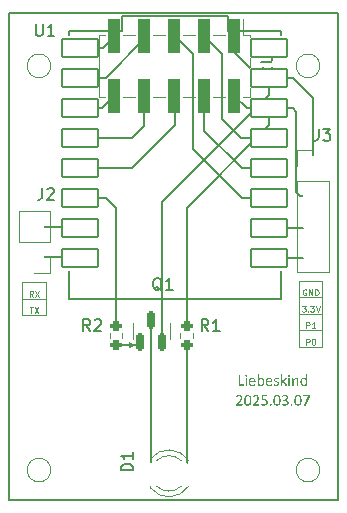
<source format=gbo>
%TF.GenerationSoftware,KiCad,Pcbnew,9.0.0*%
%TF.CreationDate,2025-03-07T16:35:28+08:00*%
%TF.ProjectId,Esp32InfraredController,45737033-3249-46e6-9672-61726564436f,rev?*%
%TF.SameCoordinates,Original*%
%TF.FileFunction,Legend,Bot*%
%TF.FilePolarity,Positive*%
%FSLAX46Y46*%
G04 Gerber Fmt 4.6, Leading zero omitted, Abs format (unit mm)*
G04 Created by KiCad (PCBNEW 9.0.0) date 2025-03-07 16:35:28*
%MOMM*%
%LPD*%
G01*
G04 APERTURE LIST*
G04 Aperture macros list*
%AMRoundRect*
0 Rectangle with rounded corners*
0 $1 Rounding radius*
0 $2 $3 $4 $5 $6 $7 $8 $9 X,Y pos of 4 corners*
0 Add a 4 corners polygon primitive as box body*
4,1,4,$2,$3,$4,$5,$6,$7,$8,$9,$2,$3,0*
0 Add four circle primitives for the rounded corners*
1,1,$1+$1,$2,$3*
1,1,$1+$1,$4,$5*
1,1,$1+$1,$6,$7*
1,1,$1+$1,$8,$9*
0 Add four rect primitives between the rounded corners*
20,1,$1+$1,$2,$3,$4,$5,0*
20,1,$1+$1,$4,$5,$6,$7,0*
20,1,$1+$1,$6,$7,$8,$9,0*
20,1,$1+$1,$8,$9,$2,$3,0*%
G04 Aperture macros list end*
%ADD10C,0.150000*%
%ADD11C,0.120000*%
%ADD12R,1.700000X1.700000*%
%ADD13O,1.700000X1.700000*%
%ADD14R,1.800000X1.800000*%
%ADD15C,1.800000*%
%ADD16R,1.000000X3.000000*%
%TA.AperFunction,ComponentPad*%
%ADD17R,1.700000X1.700000*%
%TD*%
%TA.AperFunction,ComponentPad*%
%ADD18O,1.700000X1.700000*%
%TD*%
%TA.AperFunction,ComponentPad*%
%ADD19R,1.800000X1.800000*%
%TD*%
%TA.AperFunction,ComponentPad*%
%ADD20C,1.800000*%
%TD*%
%TA.AperFunction,SMDPad,CuDef*%
%ADD21R,1.000000X3.000000*%
%TD*%
%TA.AperFunction,ViaPad*%
%ADD22C,0.600000*%
%TD*%
%TA.AperFunction,Conductor*%
%ADD23C,0.200000*%
%TD*%
%TA.AperFunction,SMDPad,CuDef*%
%ADD24RoundRect,0.200000X-0.275000X0.200000X-0.275000X-0.200000X0.275000X-0.200000X0.275000X0.200000X0*%
%TD*%
%TA.AperFunction,SMDPad,CuDef*%
%ADD25R,3.025000X1.524000*%
%TD*%
%TA.AperFunction,SMDPad,CuDef*%
%ADD26RoundRect,0.150000X0.150000X-0.587500X0.150000X0.587500X-0.150000X0.587500X-0.150000X-0.587500X0*%
%TD*%
%ADD27RoundRect,0.200000X-0.275000X0.200000X-0.275000X-0.200000X0.275000X-0.200000X0.275000X0.200000X0*%
%ADD28RoundRect,0.102000X-1.512500X-0.762000X1.512500X-0.762000X1.512500X0.762000X-1.512500X0.762000X0*%
%ADD29RoundRect,0.150000X0.150000X-0.587500X0.150000X0.587500X-0.150000X0.587500X-0.150000X-0.587500X0*%
%ADD30R,3.025000X1.524000*%
%ADD31C,0.062500*%
%ADD32C,0.050000*%
%ADD33C,0.127000*%
%TA.AperFunction,Profile*%
%ADD34C,0.050000*%
%TD*%
%TA.AperFunction,Profile*%
%ADD35C,0.200000*%
%TD*%
G04 APERTURE END LIST*
D10*
X124764819Y-49186666D02*
X125479104Y-49186666D01*
X125479104Y-49186666D02*
X125621961Y-49139047D01*
X125621961Y-49139047D02*
X125717200Y-49043809D01*
X125717200Y-49043809D02*
X125764819Y-48900952D01*
X125764819Y-48900952D02*
X125764819Y-48805714D01*
X125764819Y-50186666D02*
X125764819Y-49615238D01*
X125764819Y-49900952D02*
X124764819Y-49900952D01*
X124764819Y-49900952D02*
X124907676Y-49805714D01*
X124907676Y-49805714D02*
X125002914Y-49710476D01*
X125002914Y-49710476D02*
X125050533Y-49615238D01*
D11*
%TO.C,J1*%
X111050000Y-52120000D02*
X111050000Y-46920000D01*
X111620000Y-46920000D02*
X111050000Y-46920000D01*
X111620000Y-52120000D02*
X111050000Y-52120000D01*
X114160000Y-46920000D02*
X113140000Y-46920000D01*
X114160000Y-52120000D02*
X113140000Y-52120000D01*
X116700000Y-46920000D02*
X115680000Y-46920000D01*
X116700000Y-52120000D02*
X115680000Y-52120000D01*
X119240000Y-46920000D02*
X118220000Y-46920000D01*
X119240000Y-52120000D02*
X118220000Y-52120000D01*
X121780000Y-46920000D02*
X120760000Y-46920000D01*
X121780000Y-52120000D02*
X120760000Y-52120000D01*
X123300000Y-46920000D02*
X123300000Y-45560000D01*
X123870000Y-46920000D02*
X123300000Y-46920000D01*
X123870000Y-52120000D02*
X123300000Y-52120000D01*
X123870000Y-52120000D02*
X123870000Y-46920000D01*
%TD*%
%LPC*%
D12*
%TO.C,J3*%
X129200000Y-57980000D03*
D13*
X129200000Y-60520000D03*
X129200000Y-63060000D03*
X129200000Y-65600000D03*
%TD*%
D12*
%TO.C,J2*%
X105600000Y-65675000D03*
D13*
X105600000Y-63135000D03*
%TD*%
D14*
%TO.C,D1*%
X115730000Y-84000000D03*
D15*
X118270000Y-84000000D03*
%TD*%
D16*
%TO.C,J1*%
X122540000Y-47000000D03*
X122540000Y-52040000D03*
X120000000Y-47000000D03*
X120000000Y-52040000D03*
X117460000Y-47000000D03*
X117460000Y-52040000D03*
X114920000Y-47000000D03*
X114920000Y-52040000D03*
X112380000Y-47000000D03*
X112380000Y-52040000D03*
%TD*%
%LPD*%
D17*
%TO.P,J3,1,Pin_1*%
%TO.N,GNDREF*%
X129200000Y-57980000D03*
D18*
%TO.P,J3,2,Pin_2*%
%TO.N,/3.3V*%
X129200000Y-60520000D03*
%TO.P,J3,3,Pin_3*%
%TO.N,/GPIO1*%
X129200000Y-63060000D03*
%TO.P,J3,4,Pin_4*%
%TO.N,/GPIO0*%
X129200000Y-65600000D03*
%TD*%
D17*
%TO.P,J2,1,Pin_1*%
%TO.N,Net-(J2-Pin_1)*%
X105600000Y-65675000D03*
D18*
%TO.P,J2,2,Pin_2*%
%TO.N,Net-(J2-Pin_2)*%
X105600000Y-63135000D03*
%TD*%
D19*
%TO.P,D1,1,K*%
%TO.N,Net-(D1-K)*%
X115730000Y-84000000D03*
D20*
%TO.P,D1,2,A*%
%TO.N,Net-(D1-A)*%
X118270000Y-84000000D03*
%TD*%
D21*
%TO.P,J1,1,Pin_1*%
%TO.N,GNDREF*%
X122540000Y-47000000D03*
%TO.P,J1,2,Pin_2*%
%TO.N,/3.3V*%
X122540000Y-52040000D03*
%TO.P,J1,3,Pin_3*%
%TO.N,/GPIO4*%
X120000000Y-47000000D03*
%TO.P,J1,4,Pin_4*%
%TO.N,/GPIO3*%
X120000000Y-52040000D03*
%TO.P,J1,5,Pin_5*%
%TO.N,/GPIO2*%
X117460000Y-47000000D03*
%TO.P,J1,6,Pin_6*%
%TO.N,/GPIO9*%
X117460000Y-52040000D03*
%TO.P,J1,7,Pin_7*%
%TO.N,/GPIO6*%
X114920000Y-47000000D03*
%TO.P,J1,8,Pin_8*%
%TO.N,/GPIO8*%
X114920000Y-52040000D03*
%TO.P,J1,9,Pin_9*%
%TO.N,/GPIO5*%
X112380000Y-47000000D03*
%TO.P,J1,10,Pin_10*%
%TO.N,/GPIO7*%
X112380000Y-52040000D03*
%TD*%
D22*
%TO.N,/GPIO9*%
X117500000Y-52000000D03*
%TO.N,Net-(J2-Pin_2)*%
X109515000Y-63240000D03*
%TO.N,Net-(J2-Pin_1)*%
X109515000Y-65780000D03*
%TO.N,GNDREF*%
X125485000Y-50540000D03*
X116450000Y-72875000D03*
X122540000Y-47000000D03*
%TO.N,/3.3V*%
X118500000Y-71500000D03*
X125485000Y-53080000D03*
X122540000Y-52040000D03*
%TO.N,/GPIO3*%
X120000000Y-52000000D03*
%TO.N,/GPIO4*%
X120000000Y-47000000D03*
%TO.N,/GPIO2*%
X117500000Y-47000000D03*
%TO.N,/GPIO7*%
X112380000Y-52040000D03*
%TO.N,/GPIO8*%
X114920000Y-52040000D03*
%TO.N,/GPIO6*%
X114920000Y-47000000D03*
%TO.N,/GPIO5*%
X112380000Y-47000000D03*
%TO.N,/GPIO1*%
X125485000Y-63240000D03*
%TO.N,/GPIO0*%
X125485000Y-65780000D03*
%TD*%
D23*
%TO.N,Net-(J2-Pin_2)*%
X109410000Y-63135000D02*
X109515000Y-63240000D01*
X105600000Y-63135000D02*
X109410000Y-63135000D01*
%TO.N,Net-(J2-Pin_1)*%
X105000000Y-65535000D02*
X106000000Y-65535000D01*
X109410000Y-65675000D02*
X109515000Y-65780000D01*
X105600000Y-65675000D02*
X109410000Y-65675000D01*
%TO.N,GNDREF*%
X116500000Y-73000000D02*
X116450000Y-72950000D01*
X116450000Y-72950000D02*
X116450000Y-72875000D01*
X127540000Y-50540000D02*
X129200000Y-52200000D01*
X125485000Y-50540000D02*
X127540000Y-50540000D01*
X116450000Y-61050000D02*
X116450000Y-72875000D01*
X125500000Y-52000000D02*
X116450000Y-61050000D01*
X125500000Y-50555000D02*
X125500000Y-52000000D01*
X129200000Y-52200000D02*
X129200000Y-57980000D01*
X125485000Y-50540000D02*
X125500000Y-50555000D01*
%TO.N,/3.3V*%
X118500000Y-61500000D02*
X125485000Y-54515000D01*
X128120000Y-60520000D02*
X127800000Y-60200000D01*
X127480000Y-53080000D02*
X125485000Y-53080000D01*
X118500000Y-61500000D02*
X118500000Y-71500000D01*
X127800000Y-53400000D02*
X127480000Y-53080000D01*
X127800000Y-60200000D02*
X127800000Y-53400000D01*
X129200000Y-60520000D02*
X128120000Y-60520000D01*
X125485000Y-54515000D02*
X125485000Y-53080000D01*
%TO.N,/GPIO1*%
X129020000Y-63240000D02*
X129200000Y-63060000D01*
X125485000Y-63240000D02*
X129020000Y-63240000D01*
%TO.N,/GPIO0*%
X125485000Y-65780000D02*
X129020000Y-65780000D01*
X129020000Y-65780000D02*
X129200000Y-65600000D01*
%TD*%
D12*
%TO.C,J3*%
X129200000Y-57980000D03*
D13*
X129200000Y-60520000D03*
X129200000Y-63060000D03*
X129200000Y-65600000D03*
%TD*%
D12*
%TO.C,J2*%
X105600000Y-65675000D03*
D13*
X105600000Y-63135000D03*
%TD*%
D14*
%TO.C,D1*%
X115730000Y-84000000D03*
D15*
X118270000Y-84000000D03*
%TD*%
D16*
%TO.C,J1*%
X122540000Y-47000000D03*
X122540000Y-52040000D03*
X120000000Y-47000000D03*
X120000000Y-52040000D03*
X117460000Y-47000000D03*
X117460000Y-52040000D03*
X114920000Y-47000000D03*
X114920000Y-52040000D03*
X112380000Y-47000000D03*
X112380000Y-52040000D03*
%TD*%
%TO.C,J1*%
X122540000Y-47000000D03*
X122540000Y-52040000D03*
X120000000Y-47000000D03*
X120000000Y-52040000D03*
X117460000Y-47000000D03*
X117460000Y-52040000D03*
X114920000Y-47000000D03*
X114920000Y-52040000D03*
X112380000Y-47000000D03*
X112380000Y-52040000D03*
%TD*%
D17*
%TO.P,J3,1,Pin_1*%
%TO.N,GNDREF*%
X129200000Y-57980000D03*
D18*
%TO.P,J3,2,Pin_2*%
%TO.N,/3.3V*%
X129200000Y-60520000D03*
%TO.P,J3,3,Pin_3*%
%TO.N,/GPIO1*%
X129200000Y-63060000D03*
%TO.P,J3,4,Pin_4*%
%TO.N,/GPIO0*%
X129200000Y-65600000D03*
%TD*%
D17*
%TO.P,J2,1,Pin_1*%
%TO.N,Net-(J2-Pin_1)*%
X105600000Y-65675000D03*
D18*
%TO.P,J2,2,Pin_2*%
%TO.N,Net-(J2-Pin_2)*%
X105600000Y-63135000D03*
%TD*%
D24*
%TO.P,R1,1*%
%TO.N,/3.3V*%
X118500000Y-71500000D03*
%TO.P,R1,2*%
%TO.N,Net-(D1-A)*%
X118500000Y-73150000D03*
%TD*%
D19*
%TO.P,D1,1,K*%
%TO.N,Net-(D1-K)*%
X115730000Y-84000000D03*
D20*
%TO.P,D1,2,A*%
%TO.N,Net-(D1-A)*%
X118270000Y-84000000D03*
%TD*%
D24*
%TO.P,R2,1*%
%TO.N,/GPIO10*%
X112500000Y-71500000D03*
%TO.P,R2,2*%
%TO.N,Net-(Q1-B)*%
X112500000Y-73150000D03*
%TD*%
D25*
%TO.P,U1,0,GPIO0*%
%TO.N,/GPIO0*%
X125485000Y-65780000D03*
%TO.P,U1,1,GPIO1*%
%TO.N,/GPIO1*%
X125485000Y-63240000D03*
%TO.P,U1,2,GPIO2*%
%TO.N,/GPIO2*%
X125485000Y-60700000D03*
%TO.P,U1,3,GPIO3*%
%TO.N,/GPIO3*%
X125485000Y-58160000D03*
%TO.P,U1,3.3,3V3*%
%TO.N,/3.3V*%
X125485000Y-53080000D03*
%TO.P,U1,4,GPIO4*%
%TO.N,/GPIO4*%
X125485000Y-55620000D03*
%TO.P,U1,5,GPIO5*%
%TO.N,/GPIO5*%
X109515000Y-48000000D03*
%TO.P,U1,5V,5V*%
%TO.N,unconnected-(U1-Pad5V)*%
X125485000Y-48000000D03*
%TO.P,U1,6,GPIO6*%
%TO.N,/GPIO6*%
X109515000Y-50540000D03*
%TO.P,U1,7,GPIO7*%
%TO.N,/GPIO7*%
X109515000Y-53080000D03*
%TO.P,U1,8,GPIO8*%
%TO.N,/GPIO8*%
X109515000Y-55620000D03*
%TO.P,U1,9,GPIO9*%
%TO.N,/GPIO9*%
X109515000Y-58160000D03*
%TO.P,U1,10,GPIO10*%
%TO.N,/GPIO10*%
X109515000Y-60700000D03*
%TO.P,U1,20,GPIO20*%
%TO.N,Net-(J2-Pin_2)*%
X109515000Y-63240000D03*
%TO.P,U1,21,GPIO21*%
%TO.N,Net-(J2-Pin_1)*%
X109515000Y-65780000D03*
%TO.P,U1,G,GND*%
%TO.N,GNDREF*%
X125485000Y-50540000D03*
%TD*%
D26*
%TO.P,Q1,1,B*%
%TO.N,Net-(Q1-B)*%
X114550000Y-72875000D03*
%TO.P,Q1,2,E*%
%TO.N,GNDREF*%
X116450000Y-72875000D03*
%TO.P,Q1,3,C*%
%TO.N,Net-(D1-K)*%
X115500000Y-71000000D03*
%TD*%
D22*
%TO.N,/GPIO9*%
X117500000Y-52000000D03*
%TO.N,Net-(J2-Pin_2)*%
X109515000Y-63240000D03*
%TO.N,Net-(J2-Pin_1)*%
X109515000Y-65780000D03*
%TO.N,GNDREF*%
X125485000Y-50540000D03*
X116450000Y-72875000D03*
X122540000Y-47000000D03*
%TO.N,/3.3V*%
X118500000Y-71500000D03*
X125485000Y-53080000D03*
X122540000Y-52040000D03*
%TO.N,/GPIO3*%
X120000000Y-52000000D03*
%TO.N,/GPIO4*%
X120000000Y-47000000D03*
%TO.N,/GPIO2*%
X117500000Y-47000000D03*
%TO.N,/GPIO7*%
X112380000Y-52040000D03*
%TO.N,/GPIO8*%
X114920000Y-52040000D03*
%TO.N,/GPIO6*%
X114920000Y-47000000D03*
%TO.N,/GPIO5*%
X112380000Y-47000000D03*
%TO.N,/GPIO1*%
X125485000Y-63240000D03*
%TO.N,/GPIO0*%
X125485000Y-65780000D03*
%TD*%
D23*
%TO.N,Net-(D1-A)*%
X118500000Y-73150000D02*
X118500000Y-83770000D01*
X118500000Y-83770000D02*
X118270000Y-84000000D01*
%TO.N,/GPIO9*%
X117500000Y-54500000D02*
X117500000Y-52000000D01*
X109515000Y-58160000D02*
X113840000Y-58160000D01*
X113840000Y-58160000D02*
X117500000Y-54500000D01*
%TO.N,Net-(J2-Pin_2)*%
X109515000Y-63240000D02*
X109337500Y-63062500D01*
X109275000Y-63000000D02*
X109337500Y-63062500D01*
%TO.N,Net-(Q1-B)*%
X114275000Y-73150000D02*
X114550000Y-72875000D01*
X112500000Y-73150000D02*
X114275000Y-73150000D01*
%TO.N,Net-(J2-Pin_1)*%
X109515000Y-65780000D02*
X109580000Y-65780000D01*
X109580000Y-65780000D02*
X109600000Y-65800000D01*
%TO.N,GNDREF*%
X122540000Y-48345500D02*
X122540000Y-47000000D01*
X124734500Y-50540000D02*
X122540000Y-48345500D01*
X125485000Y-50540000D02*
X124734500Y-50540000D01*
%TO.N,Net-(D1-K)*%
X115500000Y-83770000D02*
X115730000Y-84000000D01*
X115500000Y-71000000D02*
X115500000Y-83770000D01*
%TO.N,/GPIO10*%
X111700000Y-60700000D02*
X109515000Y-60700000D01*
X112500000Y-71500000D02*
X112500000Y-61500000D01*
X112500000Y-61500000D02*
X111700000Y-60700000D01*
%TO.N,/3.3V*%
X125485000Y-53080000D02*
X123580000Y-53080000D01*
X123580000Y-53080000D02*
X122540000Y-52040000D01*
%TO.N,/GPIO3*%
X120000000Y-55000000D02*
X120000000Y-52000000D01*
X123160000Y-58160000D02*
X120000000Y-55000000D01*
X125485000Y-58160000D02*
X123160000Y-58160000D01*
%TO.N,/GPIO4*%
X121500000Y-48500000D02*
X120000000Y-47000000D01*
X121500000Y-54000000D02*
X121500000Y-48500000D01*
X123120000Y-55620000D02*
X121500000Y-54000000D01*
X125485000Y-55620000D02*
X123120000Y-55620000D01*
%TO.N,/GPIO2*%
X119000000Y-48500000D02*
X117500000Y-47000000D01*
X119000000Y-56500000D02*
X119000000Y-48500000D01*
X123200000Y-60700000D02*
X119000000Y-56500000D01*
X125485000Y-60700000D02*
X123200000Y-60700000D01*
%TO.N,/GPIO7*%
X109515000Y-53080000D02*
X111340000Y-53080000D01*
X111340000Y-53080000D02*
X112380000Y-52040000D01*
%TO.N,/GPIO8*%
X113880000Y-55620000D02*
X114920000Y-54580000D01*
X109515000Y-55620000D02*
X113880000Y-55620000D01*
X114920000Y-54580000D02*
X114920000Y-52040000D01*
%TO.N,/GPIO6*%
X109515000Y-50515000D02*
X109500000Y-50500000D01*
X111655833Y-50500000D02*
X114920000Y-47235833D01*
X114920000Y-47235833D02*
X114920000Y-47000000D01*
X109500000Y-50500000D02*
X111655833Y-50500000D01*
X109515000Y-50540000D02*
X109515000Y-50515000D01*
%TO.N,/GPIO5*%
X109515000Y-48000000D02*
X111380000Y-48000000D01*
X111380000Y-48000000D02*
X112380000Y-47000000D01*
%TO.N,/GPIO1*%
X125725000Y-63000000D02*
X125485000Y-63240000D01*
%TD*%
D12*
%TO.C,J3*%
X129200000Y-57980000D03*
D13*
X129200000Y-60520000D03*
X129200000Y-63060000D03*
X129200000Y-65600000D03*
%TD*%
D12*
%TO.C,J2*%
X105600000Y-65675000D03*
D13*
X105600000Y-63135000D03*
%TD*%
D27*
%TO.C,R1*%
X118500000Y-71500000D03*
X118500000Y-73150000D03*
%TD*%
D14*
%TO.C,D1*%
X115730000Y-84000000D03*
D15*
X118270000Y-84000000D03*
%TD*%
D27*
%TO.C,R2*%
X112500000Y-71500000D03*
X112500000Y-73150000D03*
%TD*%
D28*
%TO.C,U1*%
X125485000Y-65780000D03*
X125485000Y-63240000D03*
X125485000Y-60700000D03*
X125485000Y-58160000D03*
X125485000Y-53080000D03*
X125485000Y-55620000D03*
X109515000Y-48000000D03*
X125485000Y-48000000D03*
X109515000Y-50540000D03*
X109515000Y-53080000D03*
X109515000Y-55620000D03*
X109515000Y-58160000D03*
X109515000Y-60700000D03*
X109515000Y-63240000D03*
X109515000Y-65780000D03*
X125485000Y-50540000D03*
%TD*%
D29*
%TO.C,Q1*%
X114550000Y-72875000D03*
X116450000Y-72875000D03*
X115500000Y-71000000D03*
%TD*%
D27*
%TO.C,R1*%
X118500000Y-71500000D03*
X118500000Y-73150000D03*
%TD*%
%TO.C,R2*%
X112500000Y-71500000D03*
X112500000Y-73150000D03*
%TD*%
D30*
%TO.C,U1*%
X125485000Y-65780000D03*
X125485000Y-63240000D03*
X125485000Y-60700000D03*
X125485000Y-58160000D03*
X125485000Y-53080000D03*
X125485000Y-55620000D03*
X109515000Y-48000000D03*
X125485000Y-48000000D03*
X109515000Y-50540000D03*
X109515000Y-53080000D03*
X109515000Y-55620000D03*
X109515000Y-58160000D03*
X109515000Y-60700000D03*
X109515000Y-63240000D03*
X109515000Y-65780000D03*
X125485000Y-50540000D03*
%TD*%
D29*
%TO.C,Q1*%
X114550000Y-72875000D03*
X116450000Y-72875000D03*
X115500000Y-71000000D03*
%TD*%
D10*
G36*
X123371188Y-76523831D02*
G01*
X123369784Y-76546728D01*
X123365387Y-76562360D01*
X123357877Y-76571946D01*
X123347313Y-76575000D01*
X122956525Y-76575000D01*
X122941457Y-76572434D01*
X122926788Y-76564436D01*
X122916711Y-76550904D01*
X122912805Y-76527250D01*
X122912805Y-75709769D01*
X122915553Y-75700183D01*
X122925140Y-75693710D01*
X122943580Y-75689619D01*
X122971546Y-75687909D01*
X122999878Y-75689619D01*
X123018013Y-75693710D01*
X123027599Y-75700183D01*
X123030347Y-75709769D01*
X123030347Y-76473394D01*
X123347313Y-76473394D01*
X123357877Y-76476509D01*
X123365387Y-76485362D01*
X123369784Y-76500689D01*
X123371188Y-76523831D01*
G37*
G36*
X123600715Y-76557780D02*
G01*
X123597968Y-76567001D01*
X123589053Y-76573473D01*
X123572017Y-76577503D01*
X123543990Y-76578907D01*
X123516696Y-76577503D01*
X123499232Y-76573473D01*
X123490379Y-76567001D01*
X123487997Y-76557780D01*
X123487997Y-75943510D01*
X123490379Y-75934656D01*
X123499232Y-75927878D01*
X123516696Y-75923787D01*
X123543990Y-75922383D01*
X123572017Y-75923787D01*
X123589053Y-75927878D01*
X123597968Y-75934656D01*
X123600715Y-75943510D01*
X123600715Y-76557780D01*
G37*
G36*
X123613660Y-75737063D02*
G01*
X123609217Y-75772577D01*
X123598639Y-75790858D01*
X123579739Y-75800901D01*
X123543318Y-75805146D01*
X123507498Y-75801004D01*
X123488974Y-75791224D01*
X123478661Y-75773319D01*
X123474320Y-75738407D01*
X123478763Y-75702893D01*
X123489341Y-75684612D01*
X123508241Y-75674569D01*
X123544662Y-75670324D01*
X123580464Y-75674485D01*
X123598945Y-75684307D01*
X123609300Y-75702168D01*
X123613660Y-75737063D01*
G37*
G36*
X124131589Y-75916835D02*
G01*
X124185799Y-75933801D01*
X124232654Y-75961304D01*
X124269513Y-75996144D01*
X124297736Y-76038276D01*
X124317690Y-76088040D01*
X124329148Y-76141998D01*
X124333077Y-76200758D01*
X124333077Y-76221153D01*
X124329345Y-76244941D01*
X124319705Y-76258949D01*
X124305420Y-76267391D01*
X124289358Y-76270184D01*
X123886296Y-76270184D01*
X123888990Y-76320296D01*
X123896554Y-76362936D01*
X123910452Y-76401722D01*
X123930687Y-76433705D01*
X123957873Y-76459588D01*
X123992847Y-76479073D01*
X124033643Y-76490632D01*
X124086453Y-76494888D01*
X124128930Y-76492978D01*
X124164306Y-76487683D01*
X124223412Y-76471441D01*
X124264384Y-76455259D01*
X124288686Y-76447993D01*
X124297174Y-76450436D01*
X124302975Y-76457641D01*
X124306089Y-76470952D01*
X124307127Y-76491835D01*
X124306394Y-76507283D01*
X124304684Y-76518946D01*
X124301265Y-76528227D01*
X124295098Y-76536104D01*
X124272933Y-76548438D01*
X124225122Y-76565352D01*
X124157162Y-76580129D01*
X124074852Y-76586723D01*
X124001852Y-76581124D01*
X123941984Y-76565535D01*
X123889095Y-76538971D01*
X123845996Y-76502643D01*
X123812347Y-76456579D01*
X123787195Y-76398046D01*
X123772662Y-76332242D01*
X123767411Y-76251744D01*
X123771918Y-76187142D01*
X123886296Y-76187142D01*
X124219688Y-76187142D01*
X124215719Y-76129685D01*
X124202234Y-76084457D01*
X124180365Y-76048778D01*
X124149528Y-76021612D01*
X124109613Y-76004698D01*
X124057755Y-75998586D01*
X124017882Y-76002663D01*
X123984665Y-76014218D01*
X123955621Y-76032465D01*
X123932031Y-76055556D01*
X123913435Y-76083144D01*
X123899241Y-76115579D01*
X123890229Y-76150461D01*
X123886296Y-76187142D01*
X123771918Y-76187142D01*
X123772771Y-76174918D01*
X123787927Y-76109289D01*
X123813426Y-76049985D01*
X123847034Y-76001945D01*
X123889555Y-75963004D01*
X123940274Y-75934228D01*
X123997199Y-75916738D01*
X124062517Y-75910659D01*
X124131589Y-75916835D01*
G37*
G36*
X124589044Y-75622880D02*
G01*
X124606080Y-75626971D01*
X124614995Y-75633810D01*
X124617743Y-75643335D01*
X124617743Y-76011837D01*
X124670621Y-75964698D01*
X124720874Y-75933557D01*
X124770028Y-75916154D01*
X124821991Y-75910659D01*
X124885533Y-75917683D01*
X124936357Y-75937342D01*
X124979466Y-75968571D01*
X125013538Y-76008784D01*
X125038888Y-76056492D01*
X125056952Y-76113686D01*
X125067141Y-76174898D01*
X125070630Y-76240814D01*
X125066051Y-76318520D01*
X125053166Y-76384734D01*
X125031141Y-76445058D01*
X125001937Y-76493789D01*
X124964163Y-76533690D01*
X124918955Y-76562787D01*
X124867255Y-76580513D01*
X124806237Y-76586723D01*
X124751954Y-76580922D01*
X124703105Y-76562116D01*
X124655295Y-76529326D01*
X124604737Y-76481454D01*
X124604737Y-76557475D01*
X124601989Y-76567184D01*
X124593135Y-76573717D01*
X124577748Y-76577503D01*
X124554178Y-76578907D01*
X124530914Y-76577503D01*
X124515222Y-76573778D01*
X124507039Y-76567306D01*
X124505024Y-76557719D01*
X124505024Y-76128035D01*
X124617743Y-76128035D01*
X124617743Y-76373438D01*
X124665187Y-76425571D01*
X124706525Y-76460205D01*
X124750431Y-76482785D01*
X124794635Y-76490003D01*
X124834623Y-76484675D01*
X124867053Y-76469487D01*
X124894100Y-76445789D01*
X124915902Y-76415020D01*
X124931958Y-76379561D01*
X124943196Y-76339061D01*
X124949606Y-76296699D01*
X124951745Y-76253820D01*
X124944539Y-76162107D01*
X124934493Y-76119401D01*
X124919627Y-76083400D01*
X124898808Y-76052259D01*
X124872549Y-76028262D01*
X124840487Y-76012859D01*
X124799459Y-76007379D01*
X124756411Y-76013546D01*
X124713364Y-76034124D01*
X124667934Y-76071188D01*
X124617743Y-76128035D01*
X124505024Y-76128035D01*
X124505024Y-75643396D01*
X124507406Y-75633810D01*
X124516260Y-75626971D01*
X124533723Y-75622880D01*
X124561017Y-75621475D01*
X124589044Y-75622880D01*
G37*
G36*
X125562852Y-75916835D02*
G01*
X125617062Y-75933801D01*
X125663917Y-75961304D01*
X125700776Y-75996144D01*
X125728999Y-76038276D01*
X125748953Y-76088040D01*
X125760411Y-76141998D01*
X125764341Y-76200758D01*
X125764341Y-76221153D01*
X125760608Y-76244941D01*
X125750968Y-76258949D01*
X125736683Y-76267391D01*
X125720621Y-76270184D01*
X125317559Y-76270184D01*
X125320253Y-76320296D01*
X125327818Y-76362936D01*
X125341715Y-76401722D01*
X125361950Y-76433705D01*
X125389136Y-76459588D01*
X125424110Y-76479073D01*
X125464906Y-76490632D01*
X125517716Y-76494888D01*
X125560193Y-76492978D01*
X125595569Y-76487683D01*
X125654676Y-76471441D01*
X125695647Y-76455259D01*
X125719949Y-76447993D01*
X125728437Y-76450436D01*
X125734238Y-76457641D01*
X125737352Y-76470952D01*
X125738390Y-76491835D01*
X125737657Y-76507283D01*
X125735947Y-76518946D01*
X125732528Y-76528227D01*
X125726361Y-76536104D01*
X125704196Y-76548438D01*
X125656385Y-76565352D01*
X125588425Y-76580129D01*
X125506115Y-76586723D01*
X125433115Y-76581124D01*
X125373247Y-76565535D01*
X125320358Y-76538971D01*
X125277259Y-76502643D01*
X125243610Y-76456579D01*
X125218458Y-76398046D01*
X125203925Y-76332242D01*
X125198674Y-76251744D01*
X125203181Y-76187142D01*
X125317559Y-76187142D01*
X125650951Y-76187142D01*
X125646982Y-76129685D01*
X125633497Y-76084457D01*
X125611628Y-76048778D01*
X125580791Y-76021612D01*
X125540876Y-76004698D01*
X125489018Y-75998586D01*
X125449145Y-76002663D01*
X125415928Y-76014218D01*
X125386884Y-76032465D01*
X125363294Y-76055556D01*
X125344698Y-76083144D01*
X125330504Y-76115579D01*
X125321492Y-76150461D01*
X125317559Y-76187142D01*
X125203181Y-76187142D01*
X125204034Y-76174918D01*
X125219191Y-76109289D01*
X125244689Y-76049985D01*
X125278297Y-76001945D01*
X125320818Y-75963004D01*
X125371537Y-75934228D01*
X125428462Y-75916738D01*
X125493781Y-75910659D01*
X125562852Y-75916835D01*
G37*
G36*
X126322252Y-76389131D02*
G01*
X126317729Y-76434519D01*
X126304789Y-76473272D01*
X126283717Y-76507256D01*
X126255269Y-76535493D01*
X126220666Y-76557411D01*
X126178760Y-76573778D01*
X126133008Y-76583371D01*
X126081062Y-76586723D01*
X126018536Y-76581594D01*
X125965291Y-76568649D01*
X125925297Y-76552285D01*
X125901422Y-76536898D01*
X125890492Y-76517847D01*
X125887073Y-76484508D01*
X125888416Y-76462709D01*
X125891835Y-76448421D01*
X125897636Y-76440605D01*
X125906185Y-76438224D01*
X125928411Y-76447444D01*
X125964620Y-76467533D01*
X126015483Y-76487683D01*
X126046179Y-76494424D01*
X126083139Y-76496842D01*
X126135040Y-76490675D01*
X126157105Y-76482880D01*
X126175340Y-76472479D01*
X126190486Y-76458811D01*
X126201657Y-76441948D01*
X126208451Y-76422292D01*
X126210878Y-76398046D01*
X126207417Y-76373709D01*
X126197566Y-76354326D01*
X126182437Y-76337836D01*
X126162395Y-76322880D01*
X126113180Y-76298639D01*
X126056821Y-76276413D01*
X126000157Y-76250095D01*
X125973861Y-76233700D01*
X125950637Y-76214192D01*
X125931024Y-76191137D01*
X125915405Y-76163633D01*
X125905627Y-76132374D01*
X125902094Y-76093169D01*
X125905595Y-76057697D01*
X125916076Y-76023804D01*
X125933500Y-75992849D01*
X125958086Y-75965736D01*
X125988853Y-75943684D01*
X126028123Y-75925741D01*
X126072216Y-75914653D01*
X126126186Y-75910659D01*
X126175340Y-75914933D01*
X126219731Y-75925680D01*
X126253559Y-75939602D01*
X126274747Y-75952852D01*
X126284334Y-75962622D01*
X126287692Y-75971842D01*
X126289768Y-75984542D01*
X126290806Y-76002983D01*
X126289768Y-76023133D01*
X126286349Y-76037177D01*
X126280548Y-76045054D01*
X126273037Y-76047435D01*
X126255269Y-76039680D01*
X126225227Y-76023011D01*
X126181813Y-76006402D01*
X126155853Y-76000645D01*
X126124782Y-75998586D01*
X126097096Y-76000301D01*
X126074285Y-76005059D01*
X126053895Y-76013140D01*
X126038381Y-76023438D01*
X126026061Y-76036456D01*
X126017193Y-76051648D01*
X126010049Y-76087002D01*
X126013595Y-76112010D01*
X126023665Y-76131821D01*
X126039106Y-76148542D01*
X126059203Y-76163572D01*
X126109089Y-76188180D01*
X126166120Y-76210772D01*
X126223517Y-76236723D01*
X126250406Y-76252736D01*
X126273709Y-76271589D01*
X126293317Y-76293990D01*
X126308880Y-76320804D01*
X126318716Y-76351264D01*
X126322252Y-76389131D01*
G37*
G36*
X126988180Y-76557048D02*
G01*
X126985433Y-76566634D01*
X126976212Y-76573473D01*
X126958139Y-76577503D01*
X126928768Y-76578907D01*
X126898360Y-76577869D01*
X126878210Y-76574450D01*
X126864899Y-76567672D01*
X126855679Y-76557048D01*
X126596110Y-76217184D01*
X126596110Y-76557780D01*
X126593362Y-76567001D01*
X126584447Y-76573473D01*
X126567411Y-76577503D01*
X126539384Y-76578907D01*
X126512090Y-76577503D01*
X126494627Y-76573473D01*
X126485773Y-76566939D01*
X126483391Y-76557719D01*
X126483391Y-75643396D01*
X126485773Y-75633810D01*
X126494627Y-75626971D01*
X126512090Y-75622880D01*
X126539384Y-75621475D01*
X126567411Y-75622880D01*
X126584447Y-75626971D01*
X126593362Y-75633810D01*
X126596110Y-75643396D01*
X126596110Y-76201491D01*
X126828323Y-75946257D01*
X126839925Y-75935022D01*
X126854641Y-75927512D01*
X126874791Y-75923421D01*
X126902818Y-75922383D01*
X126931516Y-75923421D01*
X126950262Y-75926840D01*
X126960520Y-75933007D01*
X126963634Y-75942838D01*
X126959177Y-75959263D01*
X126944461Y-75978314D01*
X126721773Y-76200819D01*
X126971816Y-76524991D01*
X126984395Y-76543797D01*
X126988180Y-76557048D01*
G37*
G36*
X127232118Y-76557780D02*
G01*
X127229370Y-76567001D01*
X127220455Y-76573473D01*
X127203419Y-76577503D01*
X127175393Y-76578907D01*
X127148098Y-76577503D01*
X127130635Y-76573473D01*
X127121781Y-76567001D01*
X127119400Y-76557780D01*
X127119400Y-75943510D01*
X127121781Y-75934656D01*
X127130635Y-75927878D01*
X127148098Y-75923787D01*
X127175393Y-75922383D01*
X127203419Y-75923787D01*
X127220455Y-75927878D01*
X127229370Y-75934656D01*
X127232118Y-75943510D01*
X127232118Y-76557780D01*
G37*
G36*
X127245063Y-75737063D02*
G01*
X127240620Y-75772577D01*
X127230042Y-75790858D01*
X127211142Y-75800901D01*
X127174721Y-75805146D01*
X127138901Y-75801004D01*
X127120377Y-75791224D01*
X127110064Y-75773319D01*
X127105722Y-75738407D01*
X127110166Y-75702893D01*
X127120743Y-75684612D01*
X127139643Y-75674569D01*
X127176064Y-75670324D01*
X127211867Y-75674485D01*
X127230347Y-75684307D01*
X127240703Y-75702168D01*
X127245063Y-75737063D01*
G37*
G36*
X127969243Y-76557658D02*
G01*
X127966495Y-76566939D01*
X127957641Y-76573412D01*
X127940544Y-76577503D01*
X127913250Y-76578907D01*
X127885223Y-76577503D01*
X127868126Y-76573412D01*
X127859273Y-76566939D01*
X127856525Y-76557658D01*
X127856525Y-76196728D01*
X127854223Y-76146551D01*
X127848343Y-76111793D01*
X127838016Y-76081263D01*
X127824407Y-76056350D01*
X127806371Y-76035752D01*
X127783740Y-76020690D01*
X127757453Y-76011568D01*
X127726038Y-76008356D01*
X127684821Y-76015506D01*
X127641347Y-76038520D01*
X127600076Y-76073571D01*
X127552565Y-76126875D01*
X127552565Y-76557658D01*
X127549817Y-76566939D01*
X127540902Y-76573412D01*
X127523866Y-76577503D01*
X127495839Y-76578907D01*
X127468545Y-76577503D01*
X127451082Y-76573473D01*
X127442228Y-76567001D01*
X127439846Y-76557780D01*
X127439846Y-75943510D01*
X127441861Y-75934351D01*
X127450044Y-75927512D01*
X127465736Y-75923421D01*
X127491076Y-75922383D01*
X127515989Y-75923421D01*
X127531315Y-75927512D01*
X127539192Y-75934351D01*
X127541635Y-75943571D01*
X127541635Y-76024781D01*
X127595455Y-75971864D01*
X127645072Y-75938136D01*
X127697603Y-75917351D01*
X127749302Y-75910659D01*
X127807711Y-75916248D01*
X127852800Y-75931542D01*
X127891109Y-75956194D01*
X127920761Y-75987351D01*
X127942797Y-76024754D01*
X127957947Y-76069173D01*
X127966183Y-76118473D01*
X127969243Y-76181769D01*
X127969243Y-76557658D01*
G37*
G36*
X128671807Y-75627093D02*
G01*
X128688904Y-75631184D01*
X128698125Y-75638023D01*
X128701178Y-75647243D01*
X128701178Y-76557719D01*
X128698796Y-76567306D01*
X128690614Y-76573778D01*
X128675227Y-76577503D01*
X128652024Y-76578907D01*
X128628088Y-76577503D01*
X128612395Y-76573778D01*
X128603480Y-76567184D01*
X128600794Y-76557475D01*
X128600794Y-76475287D01*
X128550191Y-76523036D01*
X128499983Y-76557353D01*
X128445548Y-76579314D01*
X128385616Y-76586723D01*
X128321355Y-76579781D01*
X128270150Y-76560406D01*
X128226784Y-76529411D01*
X128192603Y-76489331D01*
X128167311Y-76441534D01*
X128149250Y-76384063D01*
X128139056Y-76322531D01*
X128135572Y-76256568D01*
X128136303Y-76243928D01*
X128252381Y-76243928D01*
X128259525Y-76334848D01*
X128269600Y-76377500D01*
X128284499Y-76413799D01*
X128305383Y-76445146D01*
X128331638Y-76469181D01*
X128363782Y-76484516D01*
X128405400Y-76490003D01*
X128448753Y-76483897D01*
X128491495Y-76463442D01*
X128537230Y-76426256D01*
X128587788Y-76370019D01*
X128587788Y-76123944D01*
X128540829Y-76071892D01*
X128499311Y-76037238D01*
X128455043Y-76014631D01*
X128410162Y-76007379D01*
X128369634Y-76012725D01*
X128337073Y-76027896D01*
X128310004Y-76051482D01*
X128288224Y-76081934D01*
X128272230Y-76117064D01*
X128260930Y-76157772D01*
X128254525Y-76200434D01*
X128252381Y-76243928D01*
X128136303Y-76243928D01*
X128140032Y-76179445D01*
X128152608Y-76113381D01*
X128174316Y-76053037D01*
X128203166Y-76004326D01*
X128240787Y-75964341D01*
X128286209Y-75934961D01*
X128338415Y-75916984D01*
X128400637Y-75910659D01*
X128452691Y-75916662D01*
X128499311Y-75934289D01*
X128542534Y-75962421D01*
X128587788Y-76003654D01*
X128587788Y-75647182D01*
X128590169Y-75638023D01*
X128599389Y-75631184D01*
X128616792Y-75627093D01*
X128643842Y-75625383D01*
X128671807Y-75627093D01*
G37*
G36*
X123241373Y-78204502D02*
G01*
X123239663Y-78226362D01*
X123234901Y-78242360D01*
X123226719Y-78251946D01*
X123215422Y-78255000D01*
X122726998Y-78255000D01*
X122710267Y-78252618D01*
X122697994Y-78244802D01*
X122690422Y-78229049D01*
X122688041Y-78203770D01*
X122689079Y-78179895D01*
X122693536Y-78161821D01*
X122702085Y-78146067D01*
X122715396Y-78129337D01*
X122886855Y-77946460D01*
X122942464Y-77884338D01*
X122982109Y-77833681D01*
X123015006Y-77784195D01*
X123037491Y-77742761D01*
X123054110Y-77702204D01*
X123063076Y-77668267D01*
X123069243Y-77605375D01*
X123066817Y-77576432D01*
X123059656Y-77549382D01*
X123047907Y-77524456D01*
X123031996Y-77503037D01*
X123011878Y-77485339D01*
X122986567Y-77471407D01*
X122957920Y-77462794D01*
X122923735Y-77459745D01*
X122883406Y-77462724D01*
X122848936Y-77471163D01*
X122790867Y-77495893D01*
X122749224Y-77520683D01*
X122724250Y-77532041D01*
X122715701Y-77529354D01*
X122709595Y-77520561D01*
X122705810Y-77504319D01*
X122704466Y-77479956D01*
X122705138Y-77462370D01*
X122707519Y-77449548D01*
X122711977Y-77439412D01*
X122722907Y-77427566D01*
X122751239Y-77408271D01*
X122801797Y-77384274D01*
X122868720Y-77364307D01*
X122905884Y-77358252D01*
X122945595Y-77356186D01*
X123007393Y-77360981D01*
X123057947Y-77374321D01*
X123102712Y-77396232D01*
X123137875Y-77423963D01*
X123165668Y-77458051D01*
X123185380Y-77497236D01*
X123197094Y-77540012D01*
X123201073Y-77586202D01*
X123193563Y-77670710D01*
X123182374Y-77712989D01*
X123161811Y-77761629D01*
X123133665Y-77810971D01*
X123091774Y-77870439D01*
X123041333Y-77931608D01*
X122970202Y-78008253D01*
X122830129Y-78155348D01*
X123214751Y-78155348D01*
X123225314Y-78158463D01*
X123234168Y-78167683D01*
X123239663Y-78183009D01*
X123241373Y-78204502D01*
G37*
G36*
X123738304Y-77359814D02*
G01*
X123784836Y-77369981D01*
X123823953Y-77385922D01*
X123859336Y-77408728D01*
X123889820Y-77437688D01*
X123915789Y-77473422D01*
X123944838Y-77535684D01*
X123965309Y-77615633D01*
X123976104Y-77703136D01*
X123980025Y-77809378D01*
X123975825Y-77908941D01*
X123963966Y-77995369D01*
X123942028Y-78075250D01*
X123910721Y-78139961D01*
X123883110Y-78177497D01*
X123850774Y-78208517D01*
X123813329Y-78233567D01*
X123772006Y-78251392D01*
X123723113Y-78262701D01*
X123665134Y-78266723D01*
X123610193Y-78263105D01*
X123563868Y-78252947D01*
X123524756Y-78236987D01*
X123489369Y-78214183D01*
X123458865Y-78185223D01*
X123432859Y-78149487D01*
X123403840Y-78087239D01*
X123383339Y-78007337D01*
X123372589Y-77919782D01*
X123368685Y-77813531D01*
X123369040Y-77805287D01*
X123488913Y-77805287D01*
X123491696Y-77900662D01*
X123499110Y-77973693D01*
X123513117Y-78039254D01*
X123531534Y-78086716D01*
X123557578Y-78125254D01*
X123588259Y-78150219D01*
X123625311Y-78164787D01*
X123671973Y-78170003D01*
X123708711Y-78166783D01*
X123739201Y-78157730D01*
X123766270Y-78142724D01*
X123789088Y-78122559D01*
X123807905Y-78097766D01*
X123823587Y-78067604D01*
X123845447Y-77996591D01*
X123856743Y-77912205D01*
X123859796Y-77817622D01*
X123855033Y-77698797D01*
X123841050Y-77605863D01*
X123830079Y-77567301D01*
X123817115Y-77536559D01*
X123800651Y-77509655D01*
X123781944Y-77488810D01*
X123759960Y-77472558D01*
X123735110Y-77461454D01*
X123707859Y-77455137D01*
X123676064Y-77452906D01*
X123638223Y-77456232D01*
X123607251Y-77465532D01*
X123581787Y-77480261D01*
X123549923Y-77512031D01*
X123524756Y-77555366D01*
X123507655Y-77605727D01*
X123496424Y-77667351D01*
X123490857Y-77732721D01*
X123488913Y-77805287D01*
X123369040Y-77805287D01*
X123372949Y-77714587D01*
X123385049Y-77627906D01*
X123407247Y-77547678D01*
X123438355Y-77483009D01*
X123465749Y-77445444D01*
X123497941Y-77414405D01*
X123535319Y-77389342D01*
X123576675Y-77371495D01*
X123625382Y-77360197D01*
X123682903Y-77356186D01*
X123738304Y-77359814D01*
G37*
G36*
X124659936Y-78204502D02*
G01*
X124658226Y-78226362D01*
X124653463Y-78242360D01*
X124645281Y-78251946D01*
X124633985Y-78255000D01*
X124145560Y-78255000D01*
X124128829Y-78252618D01*
X124116556Y-78244802D01*
X124108985Y-78229049D01*
X124106603Y-78203770D01*
X124107641Y-78179895D01*
X124112099Y-78161821D01*
X124120647Y-78146067D01*
X124133959Y-78129337D01*
X124305417Y-77946460D01*
X124361026Y-77884338D01*
X124400672Y-77833681D01*
X124433569Y-77784195D01*
X124456054Y-77742761D01*
X124472672Y-77702204D01*
X124481638Y-77668267D01*
X124487805Y-77605375D01*
X124485380Y-77576432D01*
X124478219Y-77549382D01*
X124466469Y-77524456D01*
X124450558Y-77503037D01*
X124430440Y-77485339D01*
X124405129Y-77471407D01*
X124376483Y-77462794D01*
X124342298Y-77459745D01*
X124301969Y-77462724D01*
X124267498Y-77471163D01*
X124209430Y-77495893D01*
X124167786Y-77520683D01*
X124142812Y-77532041D01*
X124134264Y-77529354D01*
X124128158Y-77520561D01*
X124124372Y-77504319D01*
X124123029Y-77479956D01*
X124123700Y-77462370D01*
X124126082Y-77449548D01*
X124130539Y-77439412D01*
X124141469Y-77427566D01*
X124169801Y-77408271D01*
X124220359Y-77384274D01*
X124287282Y-77364307D01*
X124324447Y-77358252D01*
X124364157Y-77356186D01*
X124425955Y-77360981D01*
X124476509Y-77374321D01*
X124521275Y-77396232D01*
X124556438Y-77423963D01*
X124584230Y-77458051D01*
X124603943Y-77497236D01*
X124615656Y-77540012D01*
X124619635Y-77586202D01*
X124612125Y-77670710D01*
X124600936Y-77712989D01*
X124580373Y-77761629D01*
X124552228Y-77810971D01*
X124510337Y-77870439D01*
X124459895Y-77931608D01*
X124388765Y-78008253D01*
X124248692Y-78155348D01*
X124633313Y-78155348D01*
X124643877Y-78158463D01*
X124652730Y-78167683D01*
X124658226Y-78183009D01*
X124659936Y-78204502D01*
G37*
G36*
X125365126Y-77969724D02*
G01*
X125358894Y-78038105D01*
X125341190Y-78096058D01*
X125312191Y-78147207D01*
X125273596Y-78189237D01*
X125226302Y-78222253D01*
X125169426Y-78246939D01*
X125106888Y-78261593D01*
X125035215Y-78266723D01*
X124957301Y-78260861D01*
X124891722Y-78246512D01*
X124844583Y-78229659D01*
X124821014Y-78216653D01*
X124813809Y-78207739D01*
X124810084Y-78197725D01*
X124807702Y-78182948D01*
X124807031Y-78161699D01*
X124808069Y-78140755D01*
X124811794Y-78125673D01*
X124818266Y-78117063D01*
X124826814Y-78114316D01*
X124848003Y-78123047D01*
X124886593Y-78141854D01*
X124946677Y-78160966D01*
X124984313Y-78167571D01*
X125031795Y-78170003D01*
X125076387Y-78167174D01*
X125115754Y-78159073D01*
X125151778Y-78144869D01*
X125181699Y-78124940D01*
X125206196Y-78098976D01*
X125225052Y-78066566D01*
X125236589Y-78029048D01*
X125240806Y-77980898D01*
X125237317Y-77940117D01*
X125227495Y-77906099D01*
X125210595Y-77876406D01*
X125186523Y-77852182D01*
X125156161Y-77833872D01*
X125116486Y-77820125D01*
X125071992Y-77812369D01*
X125015370Y-77809501D01*
X124943624Y-77813592D01*
X124887631Y-77817683D01*
X124870405Y-77815188D01*
X124860276Y-77808829D01*
X124854569Y-77797547D01*
X124852094Y-77774757D01*
X124852094Y-77416086D01*
X124855018Y-77395652D01*
X124862657Y-77382747D01*
X124875061Y-77374743D01*
X124893126Y-77371817D01*
X125284526Y-77371817D01*
X125295089Y-77374931D01*
X125303638Y-77384152D01*
X125308767Y-77399844D01*
X125310476Y-77422437D01*
X125308544Y-77445509D01*
X125303638Y-77460722D01*
X125295144Y-77471188D01*
X125284526Y-77474399D01*
X124954553Y-77474399D01*
X124954553Y-77720535D01*
X125003402Y-77716444D01*
X125061165Y-77715711D01*
X125134285Y-77720534D01*
X125193667Y-77733846D01*
X125246672Y-77756217D01*
X125288250Y-77785015D01*
X125321512Y-77821556D01*
X125345647Y-77865249D01*
X125360112Y-77914140D01*
X125365126Y-77969724D01*
G37*
G36*
X125697357Y-78181666D02*
G01*
X125692467Y-78225629D01*
X125681298Y-78246695D01*
X125661078Y-78258077D01*
X125622863Y-78262815D01*
X125585904Y-78258184D01*
X125566138Y-78247001D01*
X125555216Y-78226446D01*
X125550445Y-78183742D01*
X125555337Y-78139788D01*
X125566504Y-78118773D01*
X125586731Y-78107346D01*
X125624939Y-78102592D01*
X125661888Y-78107226D01*
X125681603Y-78118407D01*
X125692569Y-78138968D01*
X125697357Y-78181666D01*
G37*
G36*
X126218834Y-77359814D02*
G01*
X126265367Y-77369981D01*
X126304484Y-77385922D01*
X126339866Y-77408728D01*
X126370350Y-77437688D01*
X126396319Y-77473422D01*
X126425368Y-77535684D01*
X126445839Y-77615633D01*
X126456634Y-77703136D01*
X126460555Y-77809378D01*
X126456356Y-77908941D01*
X126444496Y-77995369D01*
X126422558Y-78075250D01*
X126391251Y-78139961D01*
X126363640Y-78177497D01*
X126331304Y-78208517D01*
X126293859Y-78233567D01*
X126252536Y-78251392D01*
X126203644Y-78262701D01*
X126145665Y-78266723D01*
X126090724Y-78263105D01*
X126044398Y-78252947D01*
X126005286Y-78236987D01*
X125969900Y-78214183D01*
X125939395Y-78185223D01*
X125913390Y-78149487D01*
X125884371Y-78087239D01*
X125863870Y-78007337D01*
X125853119Y-77919782D01*
X125849215Y-77813531D01*
X125849570Y-77805287D01*
X125969444Y-77805287D01*
X125972226Y-77900662D01*
X125979641Y-77973693D01*
X125993647Y-78039254D01*
X126012064Y-78086716D01*
X126038108Y-78125254D01*
X126068789Y-78150219D01*
X126105841Y-78164787D01*
X126152504Y-78170003D01*
X126189241Y-78166783D01*
X126219731Y-78157730D01*
X126246801Y-78142724D01*
X126269618Y-78122559D01*
X126288436Y-78097766D01*
X126304117Y-78067604D01*
X126325977Y-77996591D01*
X126337273Y-77912205D01*
X126340326Y-77817622D01*
X126335564Y-77698797D01*
X126321581Y-77605863D01*
X126310609Y-77567301D01*
X126297645Y-77536559D01*
X126281181Y-77509655D01*
X126262474Y-77488810D01*
X126240491Y-77472558D01*
X126215640Y-77461454D01*
X126188390Y-77455137D01*
X126156595Y-77452906D01*
X126118754Y-77456232D01*
X126087782Y-77465532D01*
X126062317Y-77480261D01*
X126030453Y-77512031D01*
X126005286Y-77555366D01*
X125988185Y-77605727D01*
X125976954Y-77667351D01*
X125971387Y-77732721D01*
X125969444Y-77805287D01*
X125849570Y-77805287D01*
X125853480Y-77714587D01*
X125865579Y-77627906D01*
X125887778Y-77547678D01*
X125918885Y-77483009D01*
X125946280Y-77445444D01*
X125978471Y-77414405D01*
X126015850Y-77389342D01*
X126057206Y-77371495D01*
X126105913Y-77360197D01*
X126163433Y-77356186D01*
X126218834Y-77359814D01*
G37*
G36*
X127133627Y-78001720D02*
G01*
X127128156Y-78060269D01*
X127112439Y-78111079D01*
X127086658Y-78156349D01*
X127051684Y-78194549D01*
X127008338Y-78224757D01*
X126953986Y-78247978D01*
X126893658Y-78261820D01*
X126822828Y-78266723D01*
X126779236Y-78264896D01*
X126739847Y-78259640D01*
X126671153Y-78242787D01*
X126621267Y-78222515D01*
X126596354Y-78207311D01*
X126588538Y-78197847D01*
X126583714Y-78186367D01*
X126580661Y-78169820D01*
X126579623Y-78145823D01*
X126584386Y-78112056D01*
X126590392Y-78104839D01*
X126598064Y-78102592D01*
X126622305Y-78113278D01*
X126668772Y-78136297D01*
X126735023Y-78159317D01*
X126774198Y-78167219D01*
X126819409Y-78170003D01*
X126862927Y-78166949D01*
X126898665Y-78158463D01*
X126930558Y-78144197D01*
X126956001Y-78125734D01*
X126976367Y-78102629D01*
X126990867Y-78075664D01*
X126999506Y-78045788D01*
X127002469Y-78012711D01*
X126998682Y-77976624D01*
X126987753Y-77945300D01*
X126969860Y-77917583D01*
X126944766Y-77893520D01*
X126913981Y-77874670D01*
X126875096Y-77860181D01*
X126832170Y-77851633D01*
X126781185Y-77848579D01*
X126697165Y-77848579D01*
X126686541Y-77846198D01*
X126677626Y-77838382D01*
X126671520Y-77824033D01*
X126669138Y-77800830D01*
X126671153Y-77779337D01*
X126676954Y-77765659D01*
X126685503Y-77758148D01*
X126696432Y-77755767D01*
X126773674Y-77755767D01*
X126817344Y-77752718D01*
X126854580Y-77744105D01*
X126888212Y-77729535D01*
X126915396Y-77710338D01*
X126937402Y-77686167D01*
X126953620Y-77657704D01*
X126963546Y-77625774D01*
X126966992Y-77589193D01*
X126964746Y-77562159D01*
X126958078Y-77536559D01*
X126946935Y-77512952D01*
X126931455Y-77492840D01*
X126911610Y-77476472D01*
X126886026Y-77463592D01*
X126857034Y-77455714D01*
X126822156Y-77452906D01*
X126783622Y-77455985D01*
X126749372Y-77464874D01*
X126690326Y-77490519D01*
X126647279Y-77516165D01*
X126623343Y-77528133D01*
X126614794Y-77526423D01*
X126608688Y-77519645D01*
X126605269Y-77505296D01*
X126604231Y-77481055D01*
X126604902Y-77462981D01*
X126607650Y-77449303D01*
X126612413Y-77438740D01*
X126621633Y-77427505D01*
X126647950Y-77408759D01*
X126696799Y-77384518D01*
X126763721Y-77364368D01*
X126802478Y-77358293D01*
X126845359Y-77356186D01*
X126904649Y-77360371D01*
X126953315Y-77372001D01*
X126996639Y-77391427D01*
X127030862Y-77416575D01*
X127057963Y-77448174D01*
X127077268Y-77485573D01*
X127088688Y-77527153D01*
X127092655Y-77574417D01*
X127089852Y-77615297D01*
X127081725Y-77652269D01*
X127068088Y-77686534D01*
X127049608Y-77716139D01*
X127026205Y-77741736D01*
X126997706Y-77763461D01*
X126965116Y-77779809D01*
X126926692Y-77790572D01*
X126926692Y-77791915D01*
X126970935Y-77800132D01*
X127010346Y-77814752D01*
X127045949Y-77835353D01*
X127075558Y-77860059D01*
X127099844Y-77889504D01*
X127118240Y-77923745D01*
X127129735Y-77961237D01*
X127133627Y-78001720D01*
G37*
G36*
X127468606Y-78181666D02*
G01*
X127463716Y-78225629D01*
X127452547Y-78246695D01*
X127432327Y-78258077D01*
X127394112Y-78262815D01*
X127357153Y-78258184D01*
X127337387Y-78247001D01*
X127326465Y-78226446D01*
X127321694Y-78183742D01*
X127326587Y-78139788D01*
X127337753Y-78118773D01*
X127357980Y-78107346D01*
X127396188Y-78102592D01*
X127433138Y-78107226D01*
X127452852Y-78118407D01*
X127463819Y-78138968D01*
X127468606Y-78181666D01*
G37*
G36*
X127990083Y-77359814D02*
G01*
X128036616Y-77369981D01*
X128075733Y-77385922D01*
X128111115Y-77408728D01*
X128141599Y-77437688D01*
X128167568Y-77473422D01*
X128196617Y-77535684D01*
X128217088Y-77615633D01*
X128227883Y-77703136D01*
X128231804Y-77809378D01*
X128227605Y-77908941D01*
X128215745Y-77995369D01*
X128193808Y-78075250D01*
X128162500Y-78139961D01*
X128134890Y-78177497D01*
X128102553Y-78208517D01*
X128065108Y-78233567D01*
X128023785Y-78251392D01*
X127974893Y-78262701D01*
X127916914Y-78266723D01*
X127861973Y-78263105D01*
X127815647Y-78252947D01*
X127776535Y-78236987D01*
X127741149Y-78214183D01*
X127710644Y-78185223D01*
X127684639Y-78149487D01*
X127655620Y-78087239D01*
X127635119Y-78007337D01*
X127624368Y-77919782D01*
X127620464Y-77813531D01*
X127620819Y-77805287D01*
X127740693Y-77805287D01*
X127743475Y-77900662D01*
X127750890Y-77973693D01*
X127764897Y-78039254D01*
X127783313Y-78086716D01*
X127809357Y-78125254D01*
X127840038Y-78150219D01*
X127877090Y-78164787D01*
X127923753Y-78170003D01*
X127960491Y-78166783D01*
X127990981Y-78157730D01*
X128018050Y-78142724D01*
X128040867Y-78122559D01*
X128059685Y-78097766D01*
X128075366Y-78067604D01*
X128097226Y-77996591D01*
X128108522Y-77912205D01*
X128111575Y-77817622D01*
X128106813Y-77698797D01*
X128092830Y-77605863D01*
X128081858Y-77567301D01*
X128068894Y-77536559D01*
X128052430Y-77509655D01*
X128033723Y-77488810D01*
X128011740Y-77472558D01*
X127986889Y-77461454D01*
X127959639Y-77455137D01*
X127927844Y-77452906D01*
X127890003Y-77456232D01*
X127859031Y-77465532D01*
X127833566Y-77480261D01*
X127801702Y-77512031D01*
X127776535Y-77555366D01*
X127759434Y-77605727D01*
X127748203Y-77667351D01*
X127742636Y-77732721D01*
X127740693Y-77805287D01*
X127620819Y-77805287D01*
X127624729Y-77714587D01*
X127636828Y-77627906D01*
X127659027Y-77547678D01*
X127690134Y-77483009D01*
X127717529Y-77445444D01*
X127749720Y-77414405D01*
X127787099Y-77389342D01*
X127828455Y-77371495D01*
X127877162Y-77360197D01*
X127934683Y-77356186D01*
X127990083Y-77359814D01*
G37*
G36*
X128924721Y-77422498D02*
G01*
X128923683Y-77444785D01*
X128920935Y-77463958D01*
X128916172Y-77481788D01*
X128909028Y-77499923D01*
X128590658Y-78232285D01*
X128582109Y-78245596D01*
X128569103Y-78253778D01*
X128548953Y-78257869D01*
X128518911Y-78258907D01*
X128482702Y-78256831D01*
X128463957Y-78250420D01*
X128458828Y-78239490D01*
X128463590Y-78224103D01*
X128798325Y-77475376D01*
X128374137Y-77475376D01*
X128362973Y-77472101D01*
X128354658Y-77461699D01*
X128350020Y-77446446D01*
X128348186Y-77423230D01*
X128349895Y-77400638D01*
X128354963Y-77384518D01*
X128363146Y-77374931D01*
X128374137Y-77371817D01*
X128889184Y-77371817D01*
X128905914Y-77373893D01*
X128916844Y-77382076D01*
X128922645Y-77397829D01*
X128924721Y-77422498D01*
G37*
D31*
X128619047Y-68441869D02*
X128571428Y-68418059D01*
X128571428Y-68418059D02*
X128499999Y-68418059D01*
X128499999Y-68418059D02*
X128428571Y-68441869D01*
X128428571Y-68441869D02*
X128380952Y-68489488D01*
X128380952Y-68489488D02*
X128357142Y-68537107D01*
X128357142Y-68537107D02*
X128333333Y-68632345D01*
X128333333Y-68632345D02*
X128333333Y-68703773D01*
X128333333Y-68703773D02*
X128357142Y-68799011D01*
X128357142Y-68799011D02*
X128380952Y-68846630D01*
X128380952Y-68846630D02*
X128428571Y-68894250D01*
X128428571Y-68894250D02*
X128499999Y-68918059D01*
X128499999Y-68918059D02*
X128547618Y-68918059D01*
X128547618Y-68918059D02*
X128619047Y-68894250D01*
X128619047Y-68894250D02*
X128642856Y-68870440D01*
X128642856Y-68870440D02*
X128642856Y-68703773D01*
X128642856Y-68703773D02*
X128547618Y-68703773D01*
X128857142Y-68918059D02*
X128857142Y-68418059D01*
X128857142Y-68418059D02*
X129142856Y-68918059D01*
X129142856Y-68918059D02*
X129142856Y-68418059D01*
X129380952Y-68918059D02*
X129380952Y-68418059D01*
X129380952Y-68418059D02*
X129500000Y-68418059D01*
X129500000Y-68418059D02*
X129571428Y-68441869D01*
X129571428Y-68441869D02*
X129619047Y-68489488D01*
X129619047Y-68489488D02*
X129642857Y-68537107D01*
X129642857Y-68537107D02*
X129666666Y-68632345D01*
X129666666Y-68632345D02*
X129666666Y-68703773D01*
X129666666Y-68703773D02*
X129642857Y-68799011D01*
X129642857Y-68799011D02*
X129619047Y-68846630D01*
X129619047Y-68846630D02*
X129571428Y-68894250D01*
X129571428Y-68894250D02*
X129500000Y-68918059D01*
X129500000Y-68918059D02*
X129380952Y-68918059D01*
X128261905Y-69818059D02*
X128571429Y-69818059D01*
X128571429Y-69818059D02*
X128404762Y-70008535D01*
X128404762Y-70008535D02*
X128476191Y-70008535D01*
X128476191Y-70008535D02*
X128523810Y-70032345D01*
X128523810Y-70032345D02*
X128547619Y-70056154D01*
X128547619Y-70056154D02*
X128571429Y-70103773D01*
X128571429Y-70103773D02*
X128571429Y-70222821D01*
X128571429Y-70222821D02*
X128547619Y-70270440D01*
X128547619Y-70270440D02*
X128523810Y-70294250D01*
X128523810Y-70294250D02*
X128476191Y-70318059D01*
X128476191Y-70318059D02*
X128333334Y-70318059D01*
X128333334Y-70318059D02*
X128285715Y-70294250D01*
X128285715Y-70294250D02*
X128261905Y-70270440D01*
X128785714Y-70270440D02*
X128809524Y-70294250D01*
X128809524Y-70294250D02*
X128785714Y-70318059D01*
X128785714Y-70318059D02*
X128761905Y-70294250D01*
X128761905Y-70294250D02*
X128785714Y-70270440D01*
X128785714Y-70270440D02*
X128785714Y-70318059D01*
X128976190Y-69818059D02*
X129285714Y-69818059D01*
X129285714Y-69818059D02*
X129119047Y-70008535D01*
X129119047Y-70008535D02*
X129190476Y-70008535D01*
X129190476Y-70008535D02*
X129238095Y-70032345D01*
X129238095Y-70032345D02*
X129261904Y-70056154D01*
X129261904Y-70056154D02*
X129285714Y-70103773D01*
X129285714Y-70103773D02*
X129285714Y-70222821D01*
X129285714Y-70222821D02*
X129261904Y-70270440D01*
X129261904Y-70270440D02*
X129238095Y-70294250D01*
X129238095Y-70294250D02*
X129190476Y-70318059D01*
X129190476Y-70318059D02*
X129047619Y-70318059D01*
X129047619Y-70318059D02*
X129000000Y-70294250D01*
X129000000Y-70294250D02*
X128976190Y-70270440D01*
X129428571Y-69818059D02*
X129595237Y-70318059D01*
X129595237Y-70318059D02*
X129761904Y-69818059D01*
X128630952Y-71718059D02*
X128630952Y-71218059D01*
X128630952Y-71218059D02*
X128821428Y-71218059D01*
X128821428Y-71218059D02*
X128869047Y-71241869D01*
X128869047Y-71241869D02*
X128892857Y-71265678D01*
X128892857Y-71265678D02*
X128916666Y-71313297D01*
X128916666Y-71313297D02*
X128916666Y-71384726D01*
X128916666Y-71384726D02*
X128892857Y-71432345D01*
X128892857Y-71432345D02*
X128869047Y-71456154D01*
X128869047Y-71456154D02*
X128821428Y-71479964D01*
X128821428Y-71479964D02*
X128630952Y-71479964D01*
X129392857Y-71718059D02*
X129107143Y-71718059D01*
X129250000Y-71718059D02*
X129250000Y-71218059D01*
X129250000Y-71218059D02*
X129202381Y-71289488D01*
X129202381Y-71289488D02*
X129154762Y-71337107D01*
X129154762Y-71337107D02*
X129107143Y-71360916D01*
X128630952Y-73118059D02*
X128630952Y-72618059D01*
X128630952Y-72618059D02*
X128821428Y-72618059D01*
X128821428Y-72618059D02*
X128869047Y-72641869D01*
X128869047Y-72641869D02*
X128892857Y-72665678D01*
X128892857Y-72665678D02*
X128916666Y-72713297D01*
X128916666Y-72713297D02*
X128916666Y-72784726D01*
X128916666Y-72784726D02*
X128892857Y-72832345D01*
X128892857Y-72832345D02*
X128869047Y-72856154D01*
X128869047Y-72856154D02*
X128821428Y-72879964D01*
X128821428Y-72879964D02*
X128630952Y-72879964D01*
X129226190Y-72618059D02*
X129273809Y-72618059D01*
X129273809Y-72618059D02*
X129321428Y-72641869D01*
X129321428Y-72641869D02*
X129345238Y-72665678D01*
X129345238Y-72665678D02*
X129369047Y-72713297D01*
X129369047Y-72713297D02*
X129392857Y-72808535D01*
X129392857Y-72808535D02*
X129392857Y-72927583D01*
X129392857Y-72927583D02*
X129369047Y-73022821D01*
X129369047Y-73022821D02*
X129345238Y-73070440D01*
X129345238Y-73070440D02*
X129321428Y-73094250D01*
X129321428Y-73094250D02*
X129273809Y-73118059D01*
X129273809Y-73118059D02*
X129226190Y-73118059D01*
X129226190Y-73118059D02*
X129178571Y-73094250D01*
X129178571Y-73094250D02*
X129154762Y-73070440D01*
X129154762Y-73070440D02*
X129130952Y-73022821D01*
X129130952Y-73022821D02*
X129107143Y-72927583D01*
X129107143Y-72927583D02*
X129107143Y-72808535D01*
X129107143Y-72808535D02*
X129130952Y-72713297D01*
X129130952Y-72713297D02*
X129154762Y-72665678D01*
X129154762Y-72665678D02*
X129178571Y-72641869D01*
X129178571Y-72641869D02*
X129226190Y-72618059D01*
D32*
X128000000Y-69087500D02*
X130000000Y-69087500D01*
X128000000Y-70487500D02*
X130000000Y-70487500D01*
X128000000Y-71887500D02*
X130000000Y-71887500D01*
X128000000Y-69087500D02*
X130000000Y-69087500D01*
X128000000Y-67687500D02*
X130000000Y-67687500D01*
X130000000Y-67687500D02*
X130000000Y-73287500D01*
X130000000Y-73287500D02*
X128000000Y-73287500D01*
X128000000Y-73287500D02*
X128000000Y-67687500D01*
D31*
X105516666Y-69030559D02*
X105350000Y-68792464D01*
X105230952Y-69030559D02*
X105230952Y-68530559D01*
X105230952Y-68530559D02*
X105421428Y-68530559D01*
X105421428Y-68530559D02*
X105469047Y-68554369D01*
X105469047Y-68554369D02*
X105492857Y-68578178D01*
X105492857Y-68578178D02*
X105516666Y-68625797D01*
X105516666Y-68625797D02*
X105516666Y-68697226D01*
X105516666Y-68697226D02*
X105492857Y-68744845D01*
X105492857Y-68744845D02*
X105469047Y-68768654D01*
X105469047Y-68768654D02*
X105421428Y-68792464D01*
X105421428Y-68792464D02*
X105230952Y-68792464D01*
X105683333Y-68530559D02*
X106016666Y-69030559D01*
X106016666Y-68530559D02*
X105683333Y-69030559D01*
X105219048Y-69930559D02*
X105504762Y-69930559D01*
X105361905Y-70430559D02*
X105361905Y-69930559D01*
X105623809Y-69930559D02*
X105957142Y-70430559D01*
X105957142Y-69930559D02*
X105623809Y-70430559D01*
D32*
X104600000Y-69200000D02*
X106600000Y-69200000D01*
X104600000Y-69200000D02*
X106600000Y-69200000D01*
X104600000Y-67800000D02*
X106600000Y-67800000D01*
X106600000Y-67800000D02*
X106600000Y-70600000D01*
X106600000Y-70600000D02*
X104600000Y-70600000D01*
X104600000Y-70600000D02*
X104600000Y-67800000D01*
D10*
X129666666Y-54834819D02*
X129666666Y-55549104D01*
X129666666Y-55549104D02*
X129619047Y-55691961D01*
X129619047Y-55691961D02*
X129523809Y-55787200D01*
X129523809Y-55787200D02*
X129380952Y-55834819D01*
X129380952Y-55834819D02*
X129285714Y-55834819D01*
X130047619Y-54834819D02*
X130666666Y-54834819D01*
X130666666Y-54834819D02*
X130333333Y-55215771D01*
X130333333Y-55215771D02*
X130476190Y-55215771D01*
X130476190Y-55215771D02*
X130571428Y-55263390D01*
X130571428Y-55263390D02*
X130619047Y-55311009D01*
X130619047Y-55311009D02*
X130666666Y-55406247D01*
X130666666Y-55406247D02*
X130666666Y-55644342D01*
X130666666Y-55644342D02*
X130619047Y-55739580D01*
X130619047Y-55739580D02*
X130571428Y-55787200D01*
X130571428Y-55787200D02*
X130476190Y-55834819D01*
X130476190Y-55834819D02*
X130190476Y-55834819D01*
X130190476Y-55834819D02*
X130095238Y-55787200D01*
X130095238Y-55787200D02*
X130047619Y-55739580D01*
X106266666Y-59854819D02*
X106266666Y-60569104D01*
X106266666Y-60569104D02*
X106219047Y-60711961D01*
X106219047Y-60711961D02*
X106123809Y-60807200D01*
X106123809Y-60807200D02*
X105980952Y-60854819D01*
X105980952Y-60854819D02*
X105885714Y-60854819D01*
X106695238Y-59950057D02*
X106742857Y-59902438D01*
X106742857Y-59902438D02*
X106838095Y-59854819D01*
X106838095Y-59854819D02*
X107076190Y-59854819D01*
X107076190Y-59854819D02*
X107171428Y-59902438D01*
X107171428Y-59902438D02*
X107219047Y-59950057D01*
X107219047Y-59950057D02*
X107266666Y-60045295D01*
X107266666Y-60045295D02*
X107266666Y-60140533D01*
X107266666Y-60140533D02*
X107219047Y-60283390D01*
X107219047Y-60283390D02*
X106647619Y-60854819D01*
X106647619Y-60854819D02*
X107266666Y-60854819D01*
X120333333Y-71954819D02*
X120000000Y-71478628D01*
X119761905Y-71954819D02*
X119761905Y-70954819D01*
X119761905Y-70954819D02*
X120142857Y-70954819D01*
X120142857Y-70954819D02*
X120238095Y-71002438D01*
X120238095Y-71002438D02*
X120285714Y-71050057D01*
X120285714Y-71050057D02*
X120333333Y-71145295D01*
X120333333Y-71145295D02*
X120333333Y-71288152D01*
X120333333Y-71288152D02*
X120285714Y-71383390D01*
X120285714Y-71383390D02*
X120238095Y-71431009D01*
X120238095Y-71431009D02*
X120142857Y-71478628D01*
X120142857Y-71478628D02*
X119761905Y-71478628D01*
X121285714Y-71954819D02*
X120714286Y-71954819D01*
X121000000Y-71954819D02*
X121000000Y-70954819D01*
X121000000Y-70954819D02*
X120904762Y-71097676D01*
X120904762Y-71097676D02*
X120809524Y-71192914D01*
X120809524Y-71192914D02*
X120714286Y-71240533D01*
X113954819Y-83738094D02*
X112954819Y-83738094D01*
X112954819Y-83738094D02*
X112954819Y-83499999D01*
X112954819Y-83499999D02*
X113002438Y-83357142D01*
X113002438Y-83357142D02*
X113097676Y-83261904D01*
X113097676Y-83261904D02*
X113192914Y-83214285D01*
X113192914Y-83214285D02*
X113383390Y-83166666D01*
X113383390Y-83166666D02*
X113526247Y-83166666D01*
X113526247Y-83166666D02*
X113716723Y-83214285D01*
X113716723Y-83214285D02*
X113811961Y-83261904D01*
X113811961Y-83261904D02*
X113907200Y-83357142D01*
X113907200Y-83357142D02*
X113954819Y-83499999D01*
X113954819Y-83499999D02*
X113954819Y-83738094D01*
X113954819Y-82214285D02*
X113954819Y-82785713D01*
X113954819Y-82499999D02*
X112954819Y-82499999D01*
X112954819Y-82499999D02*
X113097676Y-82595237D01*
X113097676Y-82595237D02*
X113192914Y-82690475D01*
X113192914Y-82690475D02*
X113240533Y-82785713D01*
X110333333Y-71954819D02*
X110000000Y-71478628D01*
X109761905Y-71954819D02*
X109761905Y-70954819D01*
X109761905Y-70954819D02*
X110142857Y-70954819D01*
X110142857Y-70954819D02*
X110238095Y-71002438D01*
X110238095Y-71002438D02*
X110285714Y-71050057D01*
X110285714Y-71050057D02*
X110333333Y-71145295D01*
X110333333Y-71145295D02*
X110333333Y-71288152D01*
X110333333Y-71288152D02*
X110285714Y-71383390D01*
X110285714Y-71383390D02*
X110238095Y-71431009D01*
X110238095Y-71431009D02*
X110142857Y-71478628D01*
X110142857Y-71478628D02*
X109761905Y-71478628D01*
X110714286Y-71050057D02*
X110761905Y-71002438D01*
X110761905Y-71002438D02*
X110857143Y-70954819D01*
X110857143Y-70954819D02*
X111095238Y-70954819D01*
X111095238Y-70954819D02*
X111190476Y-71002438D01*
X111190476Y-71002438D02*
X111238095Y-71050057D01*
X111238095Y-71050057D02*
X111285714Y-71145295D01*
X111285714Y-71145295D02*
X111285714Y-71240533D01*
X111285714Y-71240533D02*
X111238095Y-71383390D01*
X111238095Y-71383390D02*
X110666667Y-71954819D01*
X110666667Y-71954819D02*
X111285714Y-71954819D01*
X105738095Y-45954819D02*
X105738095Y-46764342D01*
X105738095Y-46764342D02*
X105785714Y-46859580D01*
X105785714Y-46859580D02*
X105833333Y-46907200D01*
X105833333Y-46907200D02*
X105928571Y-46954819D01*
X105928571Y-46954819D02*
X106119047Y-46954819D01*
X106119047Y-46954819D02*
X106214285Y-46907200D01*
X106214285Y-46907200D02*
X106261904Y-46859580D01*
X106261904Y-46859580D02*
X106309523Y-46764342D01*
X106309523Y-46764342D02*
X106309523Y-45954819D01*
X107309523Y-46954819D02*
X106738095Y-46954819D01*
X107023809Y-46954819D02*
X107023809Y-45954819D01*
X107023809Y-45954819D02*
X106928571Y-46097676D01*
X106928571Y-46097676D02*
X106833333Y-46192914D01*
X106833333Y-46192914D02*
X106738095Y-46240533D01*
X116404761Y-68550057D02*
X116309523Y-68502438D01*
X116309523Y-68502438D02*
X116214285Y-68407200D01*
X116214285Y-68407200D02*
X116071428Y-68264342D01*
X116071428Y-68264342D02*
X115976190Y-68216723D01*
X115976190Y-68216723D02*
X115880952Y-68216723D01*
X115928571Y-68454819D02*
X115833333Y-68407200D01*
X115833333Y-68407200D02*
X115738095Y-68311961D01*
X115738095Y-68311961D02*
X115690476Y-68121485D01*
X115690476Y-68121485D02*
X115690476Y-67788152D01*
X115690476Y-67788152D02*
X115738095Y-67597676D01*
X115738095Y-67597676D02*
X115833333Y-67502438D01*
X115833333Y-67502438D02*
X115928571Y-67454819D01*
X115928571Y-67454819D02*
X116119047Y-67454819D01*
X116119047Y-67454819D02*
X116214285Y-67502438D01*
X116214285Y-67502438D02*
X116309523Y-67597676D01*
X116309523Y-67597676D02*
X116357142Y-67788152D01*
X116357142Y-67788152D02*
X116357142Y-68121485D01*
X116357142Y-68121485D02*
X116309523Y-68311961D01*
X116309523Y-68311961D02*
X116214285Y-68407200D01*
X116214285Y-68407200D02*
X116119047Y-68454819D01*
X116119047Y-68454819D02*
X115928571Y-68454819D01*
X117309523Y-68454819D02*
X116738095Y-68454819D01*
X117023809Y-68454819D02*
X117023809Y-67454819D01*
X117023809Y-67454819D02*
X116928571Y-67597676D01*
X116928571Y-67597676D02*
X116833333Y-67692914D01*
X116833333Y-67692914D02*
X116738095Y-67740533D01*
D11*
%TO.C,J3*%
X127870000Y-56650000D02*
X129200000Y-56650000D01*
X127870000Y-57980000D02*
X127870000Y-56650000D01*
X127870000Y-59250000D02*
X127870000Y-66930000D01*
X127870000Y-59250000D02*
X130530000Y-59250000D01*
X127870000Y-66930000D02*
X130530000Y-66930000D01*
X130530000Y-59250000D02*
X130530000Y-66930000D01*
%TO.C,J2*%
X104270000Y-64405000D02*
X104270000Y-61805000D01*
X106930000Y-61805000D02*
X104270000Y-61805000D01*
X106930000Y-64405000D02*
X104270000Y-64405000D01*
X106930000Y-64405000D02*
X106930000Y-61805000D01*
X106930000Y-65675000D02*
X106930000Y-67005000D01*
X106930000Y-67005000D02*
X105600000Y-67005000D01*
%TO.C,R1*%
X117977500Y-72087742D02*
X117977500Y-72562258D01*
X119022500Y-72087742D02*
X119022500Y-72562258D01*
%TO.C,D1*%
X115440000Y-82764000D02*
X115440000Y-82920000D01*
X115440000Y-85080000D02*
X115440000Y-85236000D01*
X115440000Y-82764484D02*
G75*
G02*
X118671397Y-82919939I1560000J-1235516D01*
G01*
X115959039Y-82920000D02*
G75*
G02*
X118040910Y-82919951I1040961J-1080000D01*
G01*
X118040910Y-85080049D02*
G75*
G02*
X115959039Y-85080000I-1040910J1080049D01*
G01*
X118671397Y-85080061D02*
G75*
G02*
X115440000Y-85235516I-1671397J1080061D01*
G01*
%TO.C,R2*%
X111977500Y-72087742D02*
X111977500Y-72562258D01*
X113022500Y-72087742D02*
X113022500Y-72562258D01*
D33*
%TO.C,U1*%
X108500000Y-46850000D02*
X108500000Y-46550000D01*
X108500000Y-69250000D02*
X108500000Y-66900000D01*
X113000000Y-45250000D02*
X113000000Y-46550000D01*
X113000000Y-46550000D02*
X108500000Y-46550000D01*
X122000000Y-45250000D02*
X113000000Y-45250000D01*
X122000000Y-45250000D02*
X122000000Y-46550000D01*
X126500000Y-46550000D02*
X122000000Y-46550000D01*
X126500000Y-46850000D02*
X126500000Y-46550000D01*
X126500000Y-69250000D02*
X108500000Y-69250000D01*
X126500000Y-69250000D02*
X126500000Y-66900000D01*
D11*
%TO.C,Q1*%
X113940000Y-71937500D02*
X113940000Y-71287500D01*
X113940000Y-71937500D02*
X113940000Y-72587500D01*
X117060000Y-71937500D02*
X117060000Y-71287500D01*
X117060000Y-71937500D02*
X117060000Y-72587500D01*
X113990000Y-73100000D02*
X113660000Y-73340000D01*
X113660000Y-72860000D01*
X113990000Y-73100000D01*
G36*
X113990000Y-73100000D02*
G01*
X113660000Y-73340000D01*
X113660000Y-72860000D01*
X113990000Y-73100000D01*
G37*
%TD*%
%LPC*%
D12*
%TO.C,J3*%
X129200000Y-57980000D03*
D13*
X129200000Y-60520000D03*
X129200000Y-63060000D03*
X129200000Y-65600000D03*
%TD*%
D12*
%TO.C,J2*%
X105600000Y-65675000D03*
D13*
X105600000Y-63135000D03*
%TD*%
D27*
%TO.C,R1*%
X118500000Y-71500000D03*
X118500000Y-73150000D03*
%TD*%
D14*
%TO.C,D1*%
X115730000Y-84000000D03*
D15*
X118270000Y-84000000D03*
%TD*%
D27*
%TO.C,R2*%
X112500000Y-71500000D03*
X112500000Y-73150000D03*
%TD*%
D28*
%TO.C,U1*%
X125485000Y-65780000D03*
X125485000Y-63240000D03*
X125485000Y-60700000D03*
X125485000Y-58160000D03*
X125485000Y-53080000D03*
X125485000Y-55620000D03*
X109515000Y-48000000D03*
X125485000Y-48000000D03*
X109515000Y-50540000D03*
X109515000Y-53080000D03*
X109515000Y-55620000D03*
X109515000Y-58160000D03*
X109515000Y-60700000D03*
X109515000Y-63240000D03*
X109515000Y-65780000D03*
X125485000Y-50540000D03*
%TD*%
D29*
%TO.C,Q1*%
X114550000Y-72875000D03*
X116450000Y-72875000D03*
X115500000Y-71000000D03*
%TD*%
%LPD*%
D34*
X129780000Y-83720000D02*
G75*
G02*
X127780000Y-83720000I-1000000J0D01*
G01*
X127780000Y-83720000D02*
G75*
G02*
X129780000Y-83720000I1000000J0D01*
G01*
X107000000Y-49500000D02*
G75*
G02*
X105000000Y-49500000I-1000000J0D01*
G01*
X105000000Y-49500000D02*
G75*
G02*
X107000000Y-49500000I1000000J0D01*
G01*
X107000000Y-83720000D02*
G75*
G02*
X105000000Y-83720000I-1000000J0D01*
G01*
X105000000Y-83720000D02*
G75*
G02*
X107000000Y-83720000I1000000J0D01*
G01*
X129780000Y-49500000D02*
G75*
G02*
X127780000Y-49500000I-1000000J0D01*
G01*
X127780000Y-49500000D02*
G75*
G02*
X129780000Y-49500000I1000000J0D01*
G01*
D35*
X103500000Y-45000000D02*
X131280000Y-45000000D01*
X131280000Y-86220000D01*
X103500000Y-86220000D01*
X103500000Y-45000000D01*
M02*

</source>
